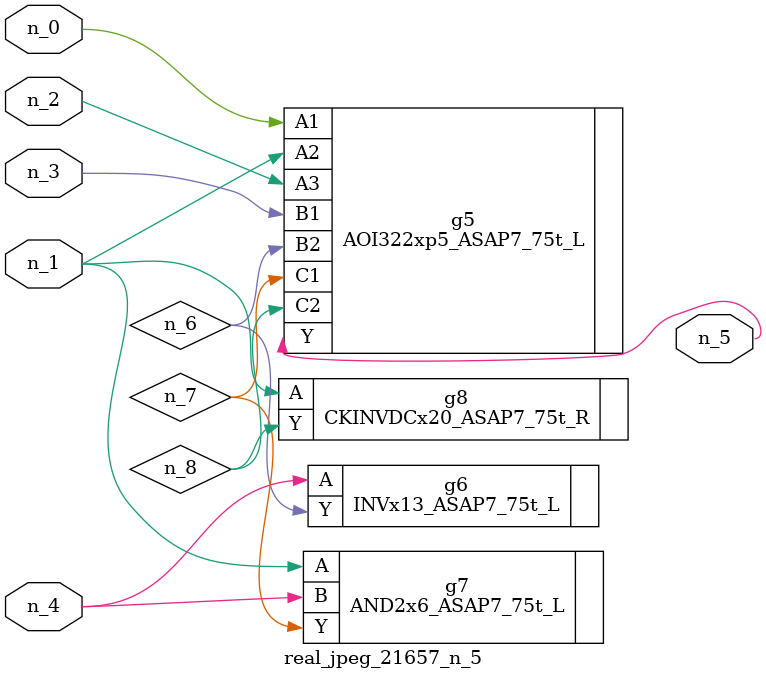
<source format=v>
module real_jpeg_21657_n_5 (n_4, n_0, n_1, n_2, n_3, n_5);

input n_4;
input n_0;
input n_1;
input n_2;
input n_3;

output n_5;

wire n_8;
wire n_6;
wire n_7;

AOI322xp5_ASAP7_75t_L g5 ( 
.A1(n_0),
.A2(n_1),
.A3(n_2),
.B1(n_3),
.B2(n_6),
.C1(n_7),
.C2(n_8),
.Y(n_5)
);

AND2x6_ASAP7_75t_L g7 ( 
.A(n_1),
.B(n_4),
.Y(n_7)
);

CKINVDCx20_ASAP7_75t_R g8 ( 
.A(n_1),
.Y(n_8)
);

INVx13_ASAP7_75t_L g6 ( 
.A(n_4),
.Y(n_6)
);


endmodule
</source>
